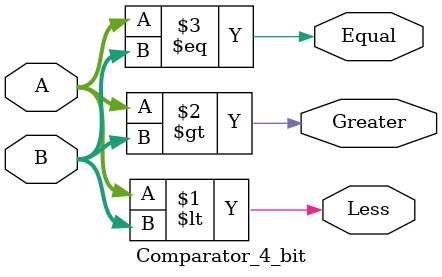
<source format=v>
`timescale 1ns / 1ps


module Comparator_4_bit(
    input [3:0]A,
    input [3:0]B,
    output Less, output Greater, output Equal);
    
    assign Less = A < B;
    assign Greater = A > B;
    assign Equal = (A == B);
    
endmodule

</source>
